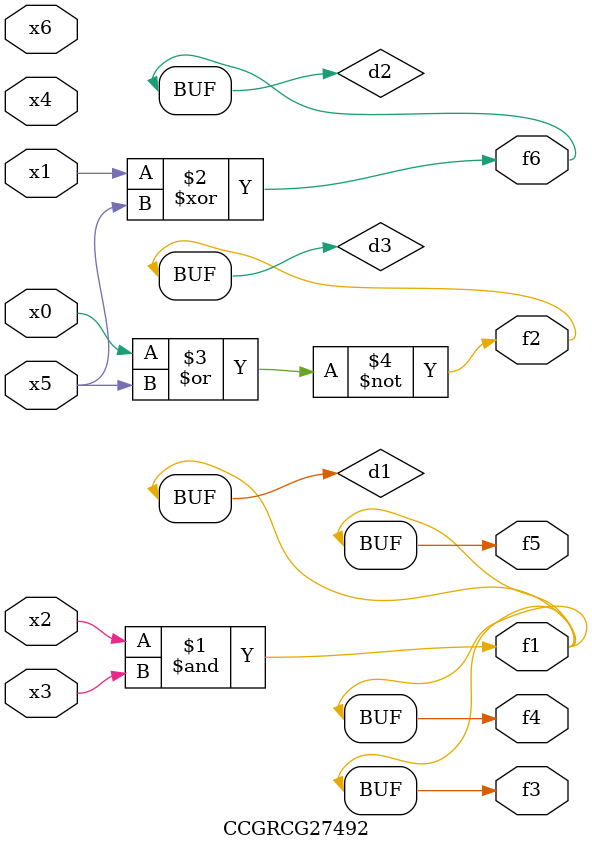
<source format=v>
module CCGRCG27492(
	input x0, x1, x2, x3, x4, x5, x6,
	output f1, f2, f3, f4, f5, f6
);

	wire d1, d2, d3;

	and (d1, x2, x3);
	xor (d2, x1, x5);
	nor (d3, x0, x5);
	assign f1 = d1;
	assign f2 = d3;
	assign f3 = d1;
	assign f4 = d1;
	assign f5 = d1;
	assign f6 = d2;
endmodule

</source>
